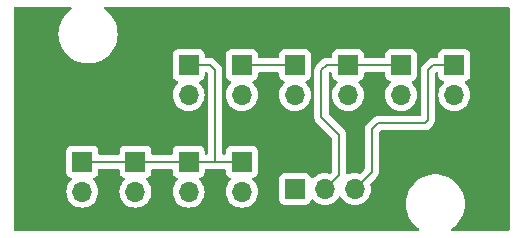
<source format=gtl>
%TF.GenerationSoftware,KiCad,Pcbnew,8.0.5*%
%TF.CreationDate,2024-12-11T18:44:50+10:00*%
%TF.ProjectId,powerSystem,706f7765-7253-4797-9374-656d2e6b6963,rev?*%
%TF.SameCoordinates,Original*%
%TF.FileFunction,Copper,L1,Top*%
%TF.FilePolarity,Positive*%
%FSLAX46Y46*%
G04 Gerber Fmt 4.6, Leading zero omitted, Abs format (unit mm)*
G04 Created by KiCad (PCBNEW 8.0.5) date 2024-12-11 18:44:50*
%MOMM*%
%LPD*%
G01*
G04 APERTURE LIST*
%TA.AperFunction,ComponentPad*%
%ADD10O,1.700000X1.700000*%
%TD*%
%TA.AperFunction,ComponentPad*%
%ADD11R,1.700000X1.700000*%
%TD*%
%TA.AperFunction,Conductor*%
%ADD12C,0.200000*%
%TD*%
%ADD13C,0.350000*%
G04 APERTURE END LIST*
D10*
%TO.P,P3,2,Pin_2*%
%TO.N,/GND*%
X155700000Y-99361000D03*
D11*
%TO.P,P3,1,Pin_1*%
%TO.N,/0~10V*%
X155700000Y-96821000D03*
%TD*%
D10*
%TO.P,P2,2,Pin_2*%
%TO.N,/GND*%
X151200000Y-99361000D03*
D11*
%TO.P,P2,1,Pin_1*%
%TO.N,/0~10V*%
X151200000Y-96821000D03*
%TD*%
D10*
%TO.P,SIGOUT1,3,Pin_3*%
%TO.N,/+3_3V*%
X169780000Y-99121000D03*
%TO.P,SIGOUT1,2,Pin_2*%
%TO.N,/+5V*%
X167240000Y-99121000D03*
D11*
%TO.P,SIGOUT1,1,Pin_1*%
%TO.N,/GND*%
X164700000Y-99121000D03*
%TD*%
D10*
%TO.P,P4,2,Pin_2*%
%TO.N,/GND*%
X160200000Y-99361000D03*
D11*
%TO.P,P4,1,Pin_1*%
%TO.N,/0~10V*%
X160200000Y-96821000D03*
%TD*%
D10*
%TO.P,SDI1,2,Pin_2*%
%TO.N,/GND*%
X155700000Y-91161000D03*
D11*
%TO.P,SDI1,1,Pin_1*%
%TO.N,/0~10V*%
X155700000Y-88621000D03*
%TD*%
D10*
%TO.P,SDO2,2,Pin_2*%
%TO.N,/GND*%
X178200000Y-91161000D03*
D11*
%TO.P,SDO2,1,Pin_1*%
%TO.N,/+3_3V*%
X178200000Y-88621000D03*
%TD*%
D10*
%TO.P,PMI1,2,Pin_2*%
%TO.N,/GND*%
X164700000Y-91161000D03*
D11*
%TO.P,PMI1,1,Pin_1*%
%TO.N,/+5.5V*%
X164700000Y-88621000D03*
%TD*%
D10*
%TO.P,P1,2,Pin_2*%
%TO.N,/GND*%
X146700000Y-99361000D03*
D11*
%TO.P,P1,1,Pin_1*%
%TO.N,/0~10V*%
X146700000Y-96821000D03*
%TD*%
D10*
%TO.P,SDI2,2,Pin_2*%
%TO.N,/GND*%
X173700000Y-91161000D03*
D11*
%TO.P,SDI2,1,Pin_1*%
%TO.N,/+5V*%
X173700000Y-88621000D03*
%TD*%
D10*
%TO.P,PMO1,2,Pin_2*%
%TO.N,/GND*%
X169200000Y-91161000D03*
D11*
%TO.P,PMO1,1,Pin_1*%
%TO.N,/+5V*%
X169200000Y-88621000D03*
%TD*%
D10*
%TO.P,SDO1,2,Pin_2*%
%TO.N,/GND*%
X160200000Y-91161000D03*
D11*
%TO.P,SDO1,1,Pin_1*%
%TO.N,/+5.5V*%
X160200000Y-88621000D03*
%TD*%
D12*
%TO.N,/+5V*%
X168450000Y-94571000D02*
X166950000Y-93071000D01*
X166950000Y-93071000D02*
X166950000Y-89071000D01*
X167400000Y-88621000D02*
X169200000Y-88621000D01*
X169200000Y-88621000D02*
X173700000Y-88621000D01*
X167240000Y-99121000D02*
X168450000Y-97911000D01*
X168450000Y-97911000D02*
X168450000Y-94571000D01*
X166950000Y-89071000D02*
X167400000Y-88621000D01*
%TO.N,/+3_3V*%
X175700000Y-93571000D02*
X171700000Y-93571000D01*
X171700000Y-93571000D02*
X171200000Y-94071000D01*
X175950000Y-89071000D02*
X175950000Y-93321000D01*
X175950000Y-93321000D02*
X175700000Y-93571000D01*
X176400000Y-88621000D02*
X175950000Y-89071000D01*
X169780000Y-99121000D02*
X171200000Y-97701000D01*
X178200000Y-88621000D02*
X176400000Y-88621000D01*
X171200000Y-94071000D02*
X171200000Y-97701000D01*
%TO.N,/0~10V*%
X160200000Y-96821000D02*
X157950000Y-96821000D01*
X157450000Y-88621000D02*
X157500000Y-88621000D01*
X157950000Y-96821000D02*
X157950000Y-89071000D01*
X151200000Y-96821000D02*
X155700000Y-96821000D01*
X155700000Y-88621000D02*
X157450000Y-88621000D01*
X157500000Y-88621000D02*
X157950000Y-89071000D01*
X157950000Y-96821000D02*
X155700000Y-96821000D01*
X146700000Y-96821000D02*
X151200000Y-96821000D01*
%TO.N,/+5.5V*%
X160200000Y-88621000D02*
X164700000Y-88621000D01*
%TD*%
%TA.AperFunction,NonConductor*%
G36*
X145782005Y-83720185D02*
G01*
X145827760Y-83772989D01*
X145837704Y-83842147D01*
X145808679Y-83905703D01*
X145787851Y-83924818D01*
X145588692Y-84069515D01*
X145588682Y-84069523D01*
X145359322Y-84284907D01*
X145359320Y-84284909D01*
X145158768Y-84527334D01*
X145158765Y-84527338D01*
X144990178Y-84792990D01*
X144990175Y-84792996D01*
X144856213Y-85077678D01*
X144856211Y-85077683D01*
X144758984Y-85376916D01*
X144700025Y-85685988D01*
X144700024Y-85685995D01*
X144680270Y-85999994D01*
X144680270Y-86000005D01*
X144700024Y-86314004D01*
X144700025Y-86314011D01*
X144758984Y-86623083D01*
X144856211Y-86922316D01*
X144856213Y-86922321D01*
X144990175Y-87207003D01*
X144990178Y-87207009D01*
X145158765Y-87472661D01*
X145158768Y-87472665D01*
X145359320Y-87715090D01*
X145359322Y-87715092D01*
X145359324Y-87715094D01*
X145367881Y-87723129D01*
X145588682Y-87930476D01*
X145588692Y-87930484D01*
X145843218Y-88115408D01*
X145843223Y-88115410D01*
X145843230Y-88115416D01*
X146118948Y-88266994D01*
X146118953Y-88266996D01*
X146118955Y-88266997D01*
X146118956Y-88266998D01*
X146411485Y-88382818D01*
X146411488Y-88382819D01*
X146716237Y-88461065D01*
X146716241Y-88461066D01*
X146781724Y-88469338D01*
X147028384Y-88500499D01*
X147028393Y-88500499D01*
X147028396Y-88500500D01*
X147028398Y-88500500D01*
X147343030Y-88500500D01*
X147343032Y-88500500D01*
X147343035Y-88500499D01*
X147343043Y-88500499D01*
X147529307Y-88476968D01*
X147655187Y-88461066D01*
X147959939Y-88382819D01*
X147959942Y-88382818D01*
X148252471Y-88266998D01*
X148252472Y-88266997D01*
X148252470Y-88266997D01*
X148252480Y-88266994D01*
X148528198Y-88115416D01*
X148782744Y-87930478D01*
X149012104Y-87715094D01*
X149212661Y-87472663D01*
X149381251Y-87207007D01*
X149515217Y-86922315D01*
X149612445Y-86623079D01*
X149671402Y-86314015D01*
X149691158Y-86000000D01*
X149675630Y-85753190D01*
X149671403Y-85685995D01*
X149671402Y-85685988D01*
X149671402Y-85685985D01*
X149612445Y-85376921D01*
X149515217Y-85077685D01*
X149381251Y-84792993D01*
X149212661Y-84527337D01*
X149194697Y-84505622D01*
X149012107Y-84284909D01*
X149012105Y-84284907D01*
X148782745Y-84069523D01*
X148782735Y-84069515D01*
X148583577Y-83924818D01*
X148540911Y-83869488D01*
X148534932Y-83799875D01*
X148567538Y-83738080D01*
X148628376Y-83703723D01*
X148656462Y-83700500D01*
X182761214Y-83700500D01*
X182828253Y-83720185D01*
X182874008Y-83772989D01*
X182885214Y-83824500D01*
X182885214Y-102575500D01*
X182865529Y-102642539D01*
X182812725Y-102688294D01*
X182761214Y-102699500D01*
X178056462Y-102699500D01*
X177989423Y-102679815D01*
X177943668Y-102627011D01*
X177933724Y-102557853D01*
X177962749Y-102494297D01*
X177983577Y-102475182D01*
X178116893Y-102378320D01*
X178182744Y-102330478D01*
X178412104Y-102115094D01*
X178612661Y-101872663D01*
X178781251Y-101607007D01*
X178915217Y-101322315D01*
X179012445Y-101023079D01*
X179071402Y-100714015D01*
X179071403Y-100714004D01*
X179091158Y-100400005D01*
X179091158Y-100399994D01*
X179071403Y-100085995D01*
X179071402Y-100085988D01*
X179071402Y-100085985D01*
X179012445Y-99776921D01*
X178915217Y-99477685D01*
X178781251Y-99192993D01*
X178612661Y-98927337D01*
X178587843Y-98897337D01*
X178412107Y-98684909D01*
X178412105Y-98684907D01*
X178182745Y-98469523D01*
X178182735Y-98469515D01*
X177928209Y-98284591D01*
X177928202Y-98284586D01*
X177928198Y-98284584D01*
X177652480Y-98133006D01*
X177652477Y-98133004D01*
X177652472Y-98133002D01*
X177652471Y-98133001D01*
X177359942Y-98017181D01*
X177359939Y-98017180D01*
X177055190Y-97938934D01*
X177055177Y-97938932D01*
X176743043Y-97899500D01*
X176743032Y-97899500D01*
X176428396Y-97899500D01*
X176428384Y-97899500D01*
X176116250Y-97938932D01*
X176116237Y-97938934D01*
X175811488Y-98017180D01*
X175811485Y-98017181D01*
X175518956Y-98133001D01*
X175518955Y-98133002D01*
X175243230Y-98284584D01*
X175243218Y-98284591D01*
X174988692Y-98469515D01*
X174988682Y-98469523D01*
X174759322Y-98684907D01*
X174759320Y-98684909D01*
X174558768Y-98927334D01*
X174558765Y-98927338D01*
X174390178Y-99192990D01*
X174390175Y-99192996D01*
X174256213Y-99477678D01*
X174256211Y-99477683D01*
X174158984Y-99776916D01*
X174100025Y-100085988D01*
X174100024Y-100085995D01*
X174080270Y-100399994D01*
X174080270Y-100400005D01*
X174100024Y-100714004D01*
X174100025Y-100714011D01*
X174158984Y-101023083D01*
X174256211Y-101322316D01*
X174256213Y-101322321D01*
X174390175Y-101607003D01*
X174390178Y-101607009D01*
X174558765Y-101872661D01*
X174558768Y-101872665D01*
X174759320Y-102115090D01*
X174759322Y-102115092D01*
X174988682Y-102330476D01*
X174988692Y-102330484D01*
X175187851Y-102475182D01*
X175230517Y-102530512D01*
X175236496Y-102600125D01*
X175203890Y-102661920D01*
X175143052Y-102696277D01*
X175114966Y-102699500D01*
X141010214Y-102699500D01*
X140943175Y-102679815D01*
X140897420Y-102627011D01*
X140886214Y-102575500D01*
X140886214Y-99360999D01*
X145344341Y-99360999D01*
X145344341Y-99361000D01*
X145364936Y-99596403D01*
X145364938Y-99596413D01*
X145426094Y-99824655D01*
X145426096Y-99824659D01*
X145426097Y-99824663D01*
X145516658Y-100018872D01*
X145525965Y-100038830D01*
X145525967Y-100038834D01*
X145610458Y-100159498D01*
X145661505Y-100232401D01*
X145828599Y-100399495D01*
X145922280Y-100465091D01*
X146022165Y-100535032D01*
X146022167Y-100535033D01*
X146022170Y-100535035D01*
X146236337Y-100634903D01*
X146464592Y-100696063D01*
X146652918Y-100712539D01*
X146699999Y-100716659D01*
X146700000Y-100716659D01*
X146700001Y-100716659D01*
X146739234Y-100713226D01*
X146935408Y-100696063D01*
X147163663Y-100634903D01*
X147377830Y-100535035D01*
X147571401Y-100399495D01*
X147738495Y-100232401D01*
X147874035Y-100038830D01*
X147973903Y-99824663D01*
X148035063Y-99596408D01*
X148055659Y-99361000D01*
X148035063Y-99125592D01*
X147973903Y-98897337D01*
X147874035Y-98683171D01*
X147738495Y-98489599D01*
X147616567Y-98367671D01*
X147583084Y-98306351D01*
X147588068Y-98236659D01*
X147629939Y-98180725D01*
X147660915Y-98163810D01*
X147792331Y-98114796D01*
X147907546Y-98028546D01*
X147993796Y-97913331D01*
X148044091Y-97778483D01*
X148050500Y-97718873D01*
X148050500Y-97545500D01*
X148070185Y-97478461D01*
X148122989Y-97432706D01*
X148174500Y-97421500D01*
X149725501Y-97421500D01*
X149792540Y-97441185D01*
X149838295Y-97493989D01*
X149849501Y-97545500D01*
X149849501Y-97718876D01*
X149855908Y-97778483D01*
X149906202Y-97913328D01*
X149906206Y-97913335D01*
X149992452Y-98028544D01*
X149992455Y-98028547D01*
X150107664Y-98114793D01*
X150107671Y-98114797D01*
X150239081Y-98163810D01*
X150295015Y-98205681D01*
X150319432Y-98271145D01*
X150304580Y-98339418D01*
X150283430Y-98367673D01*
X150161503Y-98489600D01*
X150025965Y-98683169D01*
X150025964Y-98683171D01*
X149926098Y-98897335D01*
X149926094Y-98897344D01*
X149864938Y-99125586D01*
X149864936Y-99125596D01*
X149844341Y-99360999D01*
X149844341Y-99361000D01*
X149864936Y-99596403D01*
X149864938Y-99596413D01*
X149926094Y-99824655D01*
X149926096Y-99824659D01*
X149926097Y-99824663D01*
X150016658Y-100018872D01*
X150025965Y-100038830D01*
X150025967Y-100038834D01*
X150110458Y-100159498D01*
X150161505Y-100232401D01*
X150328599Y-100399495D01*
X150422280Y-100465091D01*
X150522165Y-100535032D01*
X150522167Y-100535033D01*
X150522170Y-100535035D01*
X150736337Y-100634903D01*
X150964592Y-100696063D01*
X151152918Y-100712539D01*
X151199999Y-100716659D01*
X151200000Y-100716659D01*
X151200001Y-100716659D01*
X151239234Y-100713226D01*
X151435408Y-100696063D01*
X151663663Y-100634903D01*
X151877830Y-100535035D01*
X152071401Y-100399495D01*
X152238495Y-100232401D01*
X152374035Y-100038830D01*
X152473903Y-99824663D01*
X152535063Y-99596408D01*
X152555659Y-99361000D01*
X152535063Y-99125592D01*
X152473903Y-98897337D01*
X152374035Y-98683171D01*
X152238495Y-98489599D01*
X152116567Y-98367671D01*
X152083084Y-98306351D01*
X152088068Y-98236659D01*
X152129939Y-98180725D01*
X152160915Y-98163810D01*
X152292331Y-98114796D01*
X152407546Y-98028546D01*
X152493796Y-97913331D01*
X152544091Y-97778483D01*
X152550500Y-97718873D01*
X152550500Y-97545500D01*
X152570185Y-97478461D01*
X152622989Y-97432706D01*
X152674500Y-97421500D01*
X154225501Y-97421500D01*
X154292540Y-97441185D01*
X154338295Y-97493989D01*
X154349501Y-97545500D01*
X154349501Y-97718876D01*
X154355908Y-97778483D01*
X154406202Y-97913328D01*
X154406206Y-97913335D01*
X154492452Y-98028544D01*
X154492455Y-98028547D01*
X154607664Y-98114793D01*
X154607671Y-98114797D01*
X154739081Y-98163810D01*
X154795015Y-98205681D01*
X154819432Y-98271145D01*
X154804580Y-98339418D01*
X154783430Y-98367673D01*
X154661503Y-98489600D01*
X154525965Y-98683169D01*
X154525964Y-98683171D01*
X154426098Y-98897335D01*
X154426094Y-98897344D01*
X154364938Y-99125586D01*
X154364936Y-99125596D01*
X154344341Y-99360999D01*
X154344341Y-99361000D01*
X154364936Y-99596403D01*
X154364938Y-99596413D01*
X154426094Y-99824655D01*
X154426096Y-99824659D01*
X154426097Y-99824663D01*
X154516658Y-100018872D01*
X154525965Y-100038830D01*
X154525967Y-100038834D01*
X154610458Y-100159498D01*
X154661505Y-100232401D01*
X154828599Y-100399495D01*
X154922280Y-100465091D01*
X155022165Y-100535032D01*
X155022167Y-100535033D01*
X155022170Y-100535035D01*
X155236337Y-100634903D01*
X155464592Y-100696063D01*
X155652918Y-100712539D01*
X155699999Y-100716659D01*
X155700000Y-100716659D01*
X155700001Y-100716659D01*
X155739234Y-100713226D01*
X155935408Y-100696063D01*
X156163663Y-100634903D01*
X156377830Y-100535035D01*
X156571401Y-100399495D01*
X156738495Y-100232401D01*
X156874035Y-100038830D01*
X156973903Y-99824663D01*
X157035063Y-99596408D01*
X157055659Y-99361000D01*
X157035063Y-99125592D01*
X156973903Y-98897337D01*
X156874035Y-98683171D01*
X156738495Y-98489599D01*
X156616567Y-98367671D01*
X156583084Y-98306351D01*
X156588068Y-98236659D01*
X156629939Y-98180725D01*
X156660915Y-98163810D01*
X156792331Y-98114796D01*
X156907546Y-98028546D01*
X156993796Y-97913331D01*
X157044091Y-97778483D01*
X157050500Y-97718873D01*
X157050500Y-97545500D01*
X157070185Y-97478461D01*
X157122989Y-97432706D01*
X157174500Y-97421500D01*
X157870943Y-97421500D01*
X158029057Y-97421500D01*
X158725501Y-97421500D01*
X158792540Y-97441185D01*
X158838295Y-97493989D01*
X158849501Y-97545500D01*
X158849501Y-97718876D01*
X158855908Y-97778483D01*
X158906202Y-97913328D01*
X158906206Y-97913335D01*
X158992452Y-98028544D01*
X158992455Y-98028547D01*
X159107664Y-98114793D01*
X159107671Y-98114797D01*
X159239081Y-98163810D01*
X159295015Y-98205681D01*
X159319432Y-98271145D01*
X159304580Y-98339418D01*
X159283430Y-98367673D01*
X159161503Y-98489600D01*
X159025965Y-98683169D01*
X159025964Y-98683171D01*
X158926098Y-98897335D01*
X158926094Y-98897344D01*
X158864938Y-99125586D01*
X158864936Y-99125596D01*
X158844341Y-99360999D01*
X158844341Y-99361000D01*
X158864936Y-99596403D01*
X158864938Y-99596413D01*
X158926094Y-99824655D01*
X158926096Y-99824659D01*
X158926097Y-99824663D01*
X159016658Y-100018872D01*
X159025965Y-100038830D01*
X159025967Y-100038834D01*
X159110458Y-100159498D01*
X159161505Y-100232401D01*
X159328599Y-100399495D01*
X159422280Y-100465091D01*
X159522165Y-100535032D01*
X159522167Y-100535033D01*
X159522170Y-100535035D01*
X159736337Y-100634903D01*
X159964592Y-100696063D01*
X160152918Y-100712539D01*
X160199999Y-100716659D01*
X160200000Y-100716659D01*
X160200001Y-100716659D01*
X160239234Y-100713226D01*
X160435408Y-100696063D01*
X160663663Y-100634903D01*
X160877830Y-100535035D01*
X161071401Y-100399495D01*
X161238495Y-100232401D01*
X161374035Y-100038830D01*
X161473903Y-99824663D01*
X161535063Y-99596408D01*
X161555659Y-99361000D01*
X161535063Y-99125592D01*
X161473903Y-98897337D01*
X161374035Y-98683171D01*
X161238495Y-98489599D01*
X161116567Y-98367671D01*
X161083084Y-98306351D01*
X161088068Y-98236659D01*
X161098192Y-98223135D01*
X163349500Y-98223135D01*
X163349500Y-100018870D01*
X163349501Y-100018876D01*
X163355908Y-100078483D01*
X163406202Y-100213328D01*
X163406206Y-100213335D01*
X163492452Y-100328544D01*
X163492455Y-100328547D01*
X163607664Y-100414793D01*
X163607671Y-100414797D01*
X163742517Y-100465091D01*
X163742516Y-100465091D01*
X163749444Y-100465835D01*
X163802127Y-100471500D01*
X165597872Y-100471499D01*
X165657483Y-100465091D01*
X165792331Y-100414796D01*
X165907546Y-100328546D01*
X165993796Y-100213331D01*
X166042810Y-100081916D01*
X166084681Y-100025984D01*
X166150145Y-100001566D01*
X166218418Y-100016417D01*
X166246673Y-100037569D01*
X166368599Y-100159495D01*
X166465384Y-100227265D01*
X166562165Y-100295032D01*
X166562167Y-100295033D01*
X166562170Y-100295035D01*
X166776337Y-100394903D01*
X166776343Y-100394904D01*
X166776344Y-100394905D01*
X166793486Y-100399498D01*
X167004592Y-100456063D01*
X167181034Y-100471500D01*
X167239999Y-100476659D01*
X167240000Y-100476659D01*
X167240001Y-100476659D01*
X167298966Y-100471500D01*
X167475408Y-100456063D01*
X167703663Y-100394903D01*
X167917830Y-100295035D01*
X168111401Y-100159495D01*
X168278495Y-99992401D01*
X168408425Y-99806842D01*
X168463002Y-99763217D01*
X168532500Y-99756023D01*
X168594855Y-99787546D01*
X168611575Y-99806842D01*
X168741500Y-99992395D01*
X168741505Y-99992401D01*
X168908599Y-100159495D01*
X169005384Y-100227265D01*
X169102165Y-100295032D01*
X169102167Y-100295033D01*
X169102170Y-100295035D01*
X169316337Y-100394903D01*
X169316343Y-100394904D01*
X169316344Y-100394905D01*
X169333486Y-100399498D01*
X169544592Y-100456063D01*
X169721034Y-100471500D01*
X169779999Y-100476659D01*
X169780000Y-100476659D01*
X169780001Y-100476659D01*
X169838966Y-100471500D01*
X170015408Y-100456063D01*
X170243663Y-100394903D01*
X170457830Y-100295035D01*
X170651401Y-100159495D01*
X170818495Y-99992401D01*
X170954035Y-99798830D01*
X171053903Y-99584663D01*
X171115063Y-99356408D01*
X171135659Y-99121000D01*
X171115063Y-98885592D01*
X171080671Y-98757239D01*
X171082334Y-98687393D01*
X171112763Y-98637470D01*
X171558506Y-98191728D01*
X171558511Y-98191724D01*
X171568714Y-98181520D01*
X171568716Y-98181520D01*
X171680520Y-98069716D01*
X171751390Y-97946965D01*
X171759577Y-97932785D01*
X171800500Y-97780058D01*
X171800500Y-97621943D01*
X171800500Y-94371098D01*
X171820185Y-94304059D01*
X171836819Y-94283416D01*
X171912418Y-94207818D01*
X171973742Y-94174334D01*
X172000099Y-94171500D01*
X175613331Y-94171500D01*
X175613347Y-94171501D01*
X175620943Y-94171501D01*
X175779054Y-94171501D01*
X175779057Y-94171501D01*
X175931785Y-94130577D01*
X175981904Y-94101639D01*
X176068716Y-94051520D01*
X176180520Y-93939716D01*
X176180520Y-93939714D01*
X176190728Y-93929507D01*
X176190730Y-93929504D01*
X176308506Y-93811728D01*
X176308511Y-93811724D01*
X176318714Y-93801520D01*
X176318716Y-93801520D01*
X176430520Y-93689716D01*
X176509577Y-93552784D01*
X176550500Y-93400057D01*
X176550500Y-89371097D01*
X176570185Y-89304058D01*
X176586819Y-89283416D01*
X176612416Y-89257819D01*
X176673739Y-89224334D01*
X176700097Y-89221500D01*
X176725501Y-89221500D01*
X176792540Y-89241185D01*
X176838295Y-89293989D01*
X176849501Y-89345500D01*
X176849501Y-89518876D01*
X176855908Y-89578483D01*
X176906202Y-89713328D01*
X176906206Y-89713335D01*
X176992452Y-89828544D01*
X176992455Y-89828547D01*
X177107664Y-89914793D01*
X177107671Y-89914797D01*
X177239081Y-89963810D01*
X177295015Y-90005681D01*
X177319432Y-90071145D01*
X177304580Y-90139418D01*
X177283430Y-90167673D01*
X177161503Y-90289600D01*
X177025965Y-90483169D01*
X177025964Y-90483171D01*
X176926098Y-90697335D01*
X176926094Y-90697344D01*
X176864938Y-90925586D01*
X176864936Y-90925596D01*
X176844341Y-91160999D01*
X176844341Y-91161000D01*
X176864936Y-91396403D01*
X176864938Y-91396413D01*
X176926094Y-91624655D01*
X176926096Y-91624659D01*
X176926097Y-91624663D01*
X177025965Y-91838830D01*
X177025967Y-91838834D01*
X177134281Y-91993521D01*
X177161505Y-92032401D01*
X177328599Y-92199495D01*
X177425384Y-92267265D01*
X177522165Y-92335032D01*
X177522167Y-92335033D01*
X177522170Y-92335035D01*
X177736337Y-92434903D01*
X177964592Y-92496063D01*
X178152918Y-92512539D01*
X178199999Y-92516659D01*
X178200000Y-92516659D01*
X178200001Y-92516659D01*
X178239234Y-92513226D01*
X178435408Y-92496063D01*
X178663663Y-92434903D01*
X178877830Y-92335035D01*
X179071401Y-92199495D01*
X179238495Y-92032401D01*
X179374035Y-91838830D01*
X179473903Y-91624663D01*
X179535063Y-91396408D01*
X179555659Y-91161000D01*
X179535063Y-90925592D01*
X179473903Y-90697337D01*
X179374035Y-90483171D01*
X179238495Y-90289599D01*
X179116567Y-90167671D01*
X179083084Y-90106351D01*
X179088068Y-90036659D01*
X179129939Y-89980725D01*
X179160915Y-89963810D01*
X179292331Y-89914796D01*
X179407546Y-89828546D01*
X179493796Y-89713331D01*
X179544091Y-89578483D01*
X179550500Y-89518873D01*
X179550499Y-87723128D01*
X179544091Y-87663517D01*
X179493796Y-87528669D01*
X179493795Y-87528668D01*
X179493793Y-87528664D01*
X179407547Y-87413455D01*
X179407544Y-87413452D01*
X179292335Y-87327206D01*
X179292328Y-87327202D01*
X179157482Y-87276908D01*
X179157483Y-87276908D01*
X179097883Y-87270501D01*
X179097881Y-87270500D01*
X179097873Y-87270500D01*
X179097864Y-87270500D01*
X177302129Y-87270500D01*
X177302123Y-87270501D01*
X177242516Y-87276908D01*
X177107671Y-87327202D01*
X177107664Y-87327206D01*
X176992455Y-87413452D01*
X176992452Y-87413455D01*
X176906206Y-87528664D01*
X176906202Y-87528671D01*
X176855908Y-87663517D01*
X176849501Y-87723116D01*
X176849501Y-87723123D01*
X176849500Y-87723135D01*
X176849500Y-87896500D01*
X176829815Y-87963539D01*
X176777011Y-88009294D01*
X176725500Y-88020500D01*
X176479057Y-88020500D01*
X176320943Y-88020500D01*
X176168215Y-88061423D01*
X176168214Y-88061423D01*
X176168212Y-88061424D01*
X176168209Y-88061425D01*
X176118096Y-88090359D01*
X176118095Y-88090360D01*
X176074710Y-88115408D01*
X176031285Y-88140479D01*
X176031282Y-88140481D01*
X175469481Y-88702282D01*
X175469479Y-88702285D01*
X175419361Y-88789094D01*
X175419359Y-88789096D01*
X175390425Y-88839209D01*
X175390424Y-88839210D01*
X175374544Y-88898472D01*
X175349499Y-88991943D01*
X175349499Y-88991945D01*
X175349499Y-89160046D01*
X175349500Y-89160059D01*
X175349500Y-92846500D01*
X175329815Y-92913539D01*
X175277011Y-92959294D01*
X175225500Y-92970500D01*
X171786670Y-92970500D01*
X171786654Y-92970499D01*
X171779058Y-92970499D01*
X171620943Y-92970499D01*
X171544579Y-92990961D01*
X171468214Y-93011423D01*
X171468209Y-93011426D01*
X171331290Y-93090475D01*
X171331282Y-93090481D01*
X170824217Y-93597546D01*
X170824214Y-93597548D01*
X170824215Y-93597549D01*
X170719478Y-93702286D01*
X170669361Y-93789094D01*
X170669359Y-93789096D01*
X170640425Y-93839209D01*
X170640424Y-93839210D01*
X170640423Y-93839215D01*
X170599499Y-93991943D01*
X170599499Y-93991945D01*
X170599499Y-94160046D01*
X170599500Y-94160059D01*
X170599500Y-97400902D01*
X170579815Y-97467941D01*
X170563181Y-97488583D01*
X170263530Y-97788233D01*
X170202207Y-97821718D01*
X170143756Y-97820327D01*
X170015413Y-97785938D01*
X170015403Y-97785936D01*
X169780001Y-97765341D01*
X169779999Y-97765341D01*
X169544596Y-97785936D01*
X169544586Y-97785938D01*
X169316344Y-97847094D01*
X169316335Y-97847098D01*
X169226905Y-97888800D01*
X169157827Y-97899292D01*
X169094043Y-97870772D01*
X169055804Y-97812296D01*
X169050500Y-97776418D01*
X169050500Y-94491945D01*
X169050500Y-94491943D01*
X169009577Y-94339216D01*
X168977361Y-94283416D01*
X168930524Y-94202290D01*
X168930521Y-94202286D01*
X168930520Y-94202284D01*
X168818716Y-94090480D01*
X168818715Y-94090479D01*
X168814385Y-94086149D01*
X168814374Y-94086139D01*
X167586819Y-92858584D01*
X167553334Y-92797261D01*
X167550500Y-92770903D01*
X167550500Y-89371097D01*
X167570185Y-89304058D01*
X167586819Y-89283416D01*
X167612416Y-89257819D01*
X167673739Y-89224334D01*
X167700097Y-89221500D01*
X167725501Y-89221500D01*
X167792540Y-89241185D01*
X167838295Y-89293989D01*
X167849501Y-89345500D01*
X167849501Y-89518876D01*
X167855908Y-89578483D01*
X167906202Y-89713328D01*
X167906206Y-89713335D01*
X167992452Y-89828544D01*
X167992455Y-89828547D01*
X168107664Y-89914793D01*
X168107671Y-89914797D01*
X168239081Y-89963810D01*
X168295015Y-90005681D01*
X168319432Y-90071145D01*
X168304580Y-90139418D01*
X168283430Y-90167673D01*
X168161503Y-90289600D01*
X168025965Y-90483169D01*
X168025964Y-90483171D01*
X167926098Y-90697335D01*
X167926094Y-90697344D01*
X167864938Y-90925586D01*
X167864936Y-90925596D01*
X167844341Y-91160999D01*
X167844341Y-91161000D01*
X167864936Y-91396403D01*
X167864938Y-91396413D01*
X167926094Y-91624655D01*
X167926096Y-91624659D01*
X167926097Y-91624663D01*
X168025965Y-91838830D01*
X168025967Y-91838834D01*
X168134281Y-91993521D01*
X168161505Y-92032401D01*
X168328599Y-92199495D01*
X168425384Y-92267265D01*
X168522165Y-92335032D01*
X168522167Y-92335033D01*
X168522170Y-92335035D01*
X168736337Y-92434903D01*
X168964592Y-92496063D01*
X169152918Y-92512539D01*
X169199999Y-92516659D01*
X169200000Y-92516659D01*
X169200001Y-92516659D01*
X169239234Y-92513226D01*
X169435408Y-92496063D01*
X169663663Y-92434903D01*
X169877830Y-92335035D01*
X170071401Y-92199495D01*
X170238495Y-92032401D01*
X170374035Y-91838830D01*
X170473903Y-91624663D01*
X170535063Y-91396408D01*
X170555659Y-91161000D01*
X170535063Y-90925592D01*
X170473903Y-90697337D01*
X170374035Y-90483171D01*
X170238495Y-90289599D01*
X170116567Y-90167671D01*
X170083084Y-90106351D01*
X170088068Y-90036659D01*
X170129939Y-89980725D01*
X170160915Y-89963810D01*
X170292331Y-89914796D01*
X170407546Y-89828546D01*
X170493796Y-89713331D01*
X170544091Y-89578483D01*
X170550500Y-89518873D01*
X170550500Y-89345500D01*
X170570185Y-89278461D01*
X170622989Y-89232706D01*
X170674500Y-89221500D01*
X172225501Y-89221500D01*
X172292540Y-89241185D01*
X172338295Y-89293989D01*
X172349501Y-89345500D01*
X172349501Y-89518876D01*
X172355908Y-89578483D01*
X172406202Y-89713328D01*
X172406206Y-89713335D01*
X172492452Y-89828544D01*
X172492455Y-89828547D01*
X172607664Y-89914793D01*
X172607671Y-89914797D01*
X172739081Y-89963810D01*
X172795015Y-90005681D01*
X172819432Y-90071145D01*
X172804580Y-90139418D01*
X172783430Y-90167673D01*
X172661503Y-90289600D01*
X172525965Y-90483169D01*
X172525964Y-90483171D01*
X172426098Y-90697335D01*
X172426094Y-90697344D01*
X172364938Y-90925586D01*
X172364936Y-90925596D01*
X172344341Y-91160999D01*
X172344341Y-91161000D01*
X172364936Y-91396403D01*
X172364938Y-91396413D01*
X172426094Y-91624655D01*
X172426096Y-91624659D01*
X172426097Y-91624663D01*
X172525965Y-91838830D01*
X172525967Y-91838834D01*
X172634281Y-91993521D01*
X172661505Y-92032401D01*
X172828599Y-92199495D01*
X172925384Y-92267265D01*
X173022165Y-92335032D01*
X173022167Y-92335033D01*
X173022170Y-92335035D01*
X173236337Y-92434903D01*
X173464592Y-92496063D01*
X173652918Y-92512539D01*
X173699999Y-92516659D01*
X173700000Y-92516659D01*
X173700001Y-92516659D01*
X173739234Y-92513226D01*
X173935408Y-92496063D01*
X174163663Y-92434903D01*
X174377830Y-92335035D01*
X174571401Y-92199495D01*
X174738495Y-92032401D01*
X174874035Y-91838830D01*
X174973903Y-91624663D01*
X175035063Y-91396408D01*
X175055659Y-91161000D01*
X175035063Y-90925592D01*
X174973903Y-90697337D01*
X174874035Y-90483171D01*
X174738495Y-90289599D01*
X174616567Y-90167671D01*
X174583084Y-90106351D01*
X174588068Y-90036659D01*
X174629939Y-89980725D01*
X174660915Y-89963810D01*
X174792331Y-89914796D01*
X174907546Y-89828546D01*
X174993796Y-89713331D01*
X175044091Y-89578483D01*
X175050500Y-89518873D01*
X175050499Y-87723128D01*
X175044091Y-87663517D01*
X174993796Y-87528669D01*
X174993795Y-87528668D01*
X174993793Y-87528664D01*
X174907547Y-87413455D01*
X174907544Y-87413452D01*
X174792335Y-87327206D01*
X174792328Y-87327202D01*
X174657482Y-87276908D01*
X174657483Y-87276908D01*
X174597883Y-87270501D01*
X174597881Y-87270500D01*
X174597873Y-87270500D01*
X174597864Y-87270500D01*
X172802129Y-87270500D01*
X172802123Y-87270501D01*
X172742516Y-87276908D01*
X172607671Y-87327202D01*
X172607664Y-87327206D01*
X172492455Y-87413452D01*
X172492452Y-87413455D01*
X172406206Y-87528664D01*
X172406202Y-87528671D01*
X172355908Y-87663517D01*
X172349501Y-87723116D01*
X172349501Y-87723123D01*
X172349500Y-87723135D01*
X172349500Y-87896500D01*
X172329815Y-87963539D01*
X172277011Y-88009294D01*
X172225500Y-88020500D01*
X170674499Y-88020500D01*
X170607460Y-88000815D01*
X170561705Y-87948011D01*
X170550499Y-87896500D01*
X170550499Y-87723129D01*
X170550498Y-87723123D01*
X170550497Y-87723116D01*
X170544091Y-87663517D01*
X170493796Y-87528669D01*
X170493795Y-87528668D01*
X170493793Y-87528664D01*
X170407547Y-87413455D01*
X170407544Y-87413452D01*
X170292335Y-87327206D01*
X170292328Y-87327202D01*
X170157482Y-87276908D01*
X170157483Y-87276908D01*
X170097883Y-87270501D01*
X170097881Y-87270500D01*
X170097873Y-87270500D01*
X170097864Y-87270500D01*
X168302129Y-87270500D01*
X168302123Y-87270501D01*
X168242516Y-87276908D01*
X168107671Y-87327202D01*
X168107664Y-87327206D01*
X167992455Y-87413452D01*
X167992452Y-87413455D01*
X167906206Y-87528664D01*
X167906202Y-87528671D01*
X167855908Y-87663517D01*
X167849501Y-87723116D01*
X167849501Y-87723123D01*
X167849500Y-87723135D01*
X167849500Y-87896500D01*
X167829815Y-87963539D01*
X167777011Y-88009294D01*
X167725500Y-88020500D01*
X167479057Y-88020500D01*
X167320943Y-88020500D01*
X167168215Y-88061423D01*
X167168214Y-88061423D01*
X167168212Y-88061424D01*
X167168209Y-88061425D01*
X167118096Y-88090359D01*
X167118095Y-88090360D01*
X167074710Y-88115408D01*
X167031285Y-88140479D01*
X167031282Y-88140481D01*
X166469481Y-88702282D01*
X166469479Y-88702285D01*
X166419361Y-88789094D01*
X166419359Y-88789096D01*
X166390425Y-88839209D01*
X166390424Y-88839210D01*
X166374544Y-88898472D01*
X166349499Y-88991943D01*
X166349499Y-88991945D01*
X166349499Y-89160046D01*
X166349500Y-89160059D01*
X166349500Y-92984330D01*
X166349499Y-92984348D01*
X166349499Y-93150054D01*
X166349498Y-93150054D01*
X166390424Y-93302789D01*
X166390425Y-93302790D01*
X166411455Y-93339214D01*
X166411456Y-93339216D01*
X166469475Y-93439709D01*
X166469481Y-93439717D01*
X166588349Y-93558585D01*
X166588355Y-93558590D01*
X167813181Y-94783416D01*
X167846666Y-94844739D01*
X167849500Y-94871097D01*
X167849500Y-97610902D01*
X167829815Y-97677941D01*
X167813181Y-97698584D01*
X167723530Y-97788234D01*
X167662206Y-97821718D01*
X167603756Y-97820327D01*
X167475413Y-97785938D01*
X167475403Y-97785936D01*
X167240001Y-97765341D01*
X167239999Y-97765341D01*
X167004596Y-97785936D01*
X167004586Y-97785938D01*
X166776344Y-97847094D01*
X166776335Y-97847098D01*
X166562171Y-97946964D01*
X166562169Y-97946965D01*
X166368600Y-98082503D01*
X166246673Y-98204430D01*
X166185350Y-98237914D01*
X166115658Y-98232930D01*
X166059725Y-98191058D01*
X166042810Y-98160081D01*
X165993797Y-98028671D01*
X165993793Y-98028664D01*
X165907547Y-97913455D01*
X165907544Y-97913452D01*
X165792335Y-97827206D01*
X165792328Y-97827202D01*
X165657482Y-97776908D01*
X165657483Y-97776908D01*
X165597883Y-97770501D01*
X165597881Y-97770500D01*
X165597873Y-97770500D01*
X165597864Y-97770500D01*
X163802129Y-97770500D01*
X163802123Y-97770501D01*
X163742516Y-97776908D01*
X163607671Y-97827202D01*
X163607664Y-97827206D01*
X163492455Y-97913452D01*
X163492452Y-97913455D01*
X163406206Y-98028664D01*
X163406202Y-98028671D01*
X163355908Y-98163517D01*
X163349501Y-98223116D01*
X163349500Y-98223135D01*
X161098192Y-98223135D01*
X161129939Y-98180725D01*
X161160915Y-98163810D01*
X161292331Y-98114796D01*
X161407546Y-98028546D01*
X161493796Y-97913331D01*
X161544091Y-97778483D01*
X161550500Y-97718873D01*
X161550499Y-95923128D01*
X161544091Y-95863517D01*
X161493796Y-95728669D01*
X161493795Y-95728668D01*
X161493793Y-95728664D01*
X161407547Y-95613455D01*
X161407544Y-95613452D01*
X161292335Y-95527206D01*
X161292328Y-95527202D01*
X161157482Y-95476908D01*
X161157483Y-95476908D01*
X161097883Y-95470501D01*
X161097881Y-95470500D01*
X161097873Y-95470500D01*
X161097864Y-95470500D01*
X159302129Y-95470500D01*
X159302123Y-95470501D01*
X159242516Y-95476908D01*
X159107671Y-95527202D01*
X159107664Y-95527206D01*
X158992455Y-95613452D01*
X158992452Y-95613455D01*
X158906206Y-95728664D01*
X158906202Y-95728671D01*
X158855908Y-95863517D01*
X158849501Y-95923116D01*
X158849501Y-95923123D01*
X158849500Y-95923135D01*
X158849500Y-96096500D01*
X158829815Y-96163539D01*
X158777011Y-96209294D01*
X158725500Y-96220500D01*
X158674500Y-96220500D01*
X158607461Y-96200815D01*
X158561706Y-96148011D01*
X158550500Y-96096500D01*
X158550500Y-91160999D01*
X158844341Y-91160999D01*
X158844341Y-91161000D01*
X158864936Y-91396403D01*
X158864938Y-91396413D01*
X158926094Y-91624655D01*
X158926096Y-91624659D01*
X158926097Y-91624663D01*
X159025965Y-91838830D01*
X159025967Y-91838834D01*
X159134281Y-91993521D01*
X159161505Y-92032401D01*
X159328599Y-92199495D01*
X159425384Y-92267265D01*
X159522165Y-92335032D01*
X159522167Y-92335033D01*
X159522170Y-92335035D01*
X159736337Y-92434903D01*
X159964592Y-92496063D01*
X160152918Y-92512539D01*
X160199999Y-92516659D01*
X160200000Y-92516659D01*
X160200001Y-92516659D01*
X160239234Y-92513226D01*
X160435408Y-92496063D01*
X160663663Y-92434903D01*
X160877830Y-92335035D01*
X161071401Y-92199495D01*
X161238495Y-92032401D01*
X161374035Y-91838830D01*
X161473903Y-91624663D01*
X161535063Y-91396408D01*
X161555659Y-91161000D01*
X161535063Y-90925592D01*
X161473903Y-90697337D01*
X161374035Y-90483171D01*
X161238495Y-90289599D01*
X161116567Y-90167671D01*
X161083084Y-90106351D01*
X161088068Y-90036659D01*
X161129939Y-89980725D01*
X161160915Y-89963810D01*
X161292331Y-89914796D01*
X161407546Y-89828546D01*
X161493796Y-89713331D01*
X161544091Y-89578483D01*
X161550500Y-89518873D01*
X161550500Y-89345500D01*
X161570185Y-89278461D01*
X161622989Y-89232706D01*
X161674500Y-89221500D01*
X163225501Y-89221500D01*
X163292540Y-89241185D01*
X163338295Y-89293989D01*
X163349501Y-89345500D01*
X163349501Y-89518876D01*
X163355908Y-89578483D01*
X163406202Y-89713328D01*
X163406206Y-89713335D01*
X163492452Y-89828544D01*
X163492455Y-89828547D01*
X163607664Y-89914793D01*
X163607671Y-89914797D01*
X163739081Y-89963810D01*
X163795015Y-90005681D01*
X163819432Y-90071145D01*
X163804580Y-90139418D01*
X163783430Y-90167673D01*
X163661503Y-90289600D01*
X163525965Y-90483169D01*
X163525964Y-90483171D01*
X163426098Y-90697335D01*
X163426094Y-90697344D01*
X163364938Y-90925586D01*
X163364936Y-90925596D01*
X163344341Y-91160999D01*
X163344341Y-91161000D01*
X163364936Y-91396403D01*
X163364938Y-91396413D01*
X163426094Y-91624655D01*
X163426096Y-91624659D01*
X163426097Y-91624663D01*
X163525965Y-91838830D01*
X163525967Y-91838834D01*
X163634281Y-91993521D01*
X163661505Y-92032401D01*
X163828599Y-92199495D01*
X163925384Y-92267265D01*
X164022165Y-92335032D01*
X164022167Y-92335033D01*
X164022170Y-92335035D01*
X164236337Y-92434903D01*
X164464592Y-92496063D01*
X164652918Y-92512539D01*
X164699999Y-92516659D01*
X164700000Y-92516659D01*
X164700001Y-92516659D01*
X164739234Y-92513226D01*
X164935408Y-92496063D01*
X165163663Y-92434903D01*
X165377830Y-92335035D01*
X165571401Y-92199495D01*
X165738495Y-92032401D01*
X165874035Y-91838830D01*
X165973903Y-91624663D01*
X166035063Y-91396408D01*
X166055659Y-91161000D01*
X166035063Y-90925592D01*
X165973903Y-90697337D01*
X165874035Y-90483171D01*
X165738495Y-90289599D01*
X165616567Y-90167671D01*
X165583084Y-90106351D01*
X165588068Y-90036659D01*
X165629939Y-89980725D01*
X165660915Y-89963810D01*
X165792331Y-89914796D01*
X165907546Y-89828546D01*
X165993796Y-89713331D01*
X166044091Y-89578483D01*
X166050500Y-89518873D01*
X166050499Y-87723128D01*
X166044091Y-87663517D01*
X165993796Y-87528669D01*
X165993795Y-87528668D01*
X165993793Y-87528664D01*
X165907547Y-87413455D01*
X165907544Y-87413452D01*
X165792335Y-87327206D01*
X165792328Y-87327202D01*
X165657482Y-87276908D01*
X165657483Y-87276908D01*
X165597883Y-87270501D01*
X165597881Y-87270500D01*
X165597873Y-87270500D01*
X165597864Y-87270500D01*
X163802129Y-87270500D01*
X163802123Y-87270501D01*
X163742516Y-87276908D01*
X163607671Y-87327202D01*
X163607664Y-87327206D01*
X163492455Y-87413452D01*
X163492452Y-87413455D01*
X163406206Y-87528664D01*
X163406202Y-87528671D01*
X163355908Y-87663517D01*
X163349501Y-87723116D01*
X163349501Y-87723123D01*
X163349500Y-87723135D01*
X163349500Y-87896500D01*
X163329815Y-87963539D01*
X163277011Y-88009294D01*
X163225500Y-88020500D01*
X161674499Y-88020500D01*
X161607460Y-88000815D01*
X161561705Y-87948011D01*
X161550499Y-87896500D01*
X161550499Y-87723129D01*
X161550498Y-87723123D01*
X161550497Y-87723116D01*
X161544091Y-87663517D01*
X161493796Y-87528669D01*
X161493795Y-87528668D01*
X161493793Y-87528664D01*
X161407547Y-87413455D01*
X161407544Y-87413452D01*
X161292335Y-87327206D01*
X161292328Y-87327202D01*
X161157482Y-87276908D01*
X161157483Y-87276908D01*
X161097883Y-87270501D01*
X161097881Y-87270500D01*
X161097873Y-87270500D01*
X161097864Y-87270500D01*
X159302129Y-87270500D01*
X159302123Y-87270501D01*
X159242516Y-87276908D01*
X159107671Y-87327202D01*
X159107664Y-87327206D01*
X158992455Y-87413452D01*
X158992452Y-87413455D01*
X158906206Y-87528664D01*
X158906202Y-87528671D01*
X158855908Y-87663517D01*
X158849501Y-87723116D01*
X158849501Y-87723123D01*
X158849500Y-87723135D01*
X158849500Y-89518870D01*
X158849501Y-89518876D01*
X158855908Y-89578483D01*
X158906202Y-89713328D01*
X158906206Y-89713335D01*
X158992452Y-89828544D01*
X158992455Y-89828547D01*
X159107664Y-89914793D01*
X159107671Y-89914797D01*
X159239081Y-89963810D01*
X159295015Y-90005681D01*
X159319432Y-90071145D01*
X159304580Y-90139418D01*
X159283430Y-90167673D01*
X159161503Y-90289600D01*
X159025965Y-90483169D01*
X159025964Y-90483171D01*
X158926098Y-90697335D01*
X158926094Y-90697344D01*
X158864938Y-90925586D01*
X158864936Y-90925596D01*
X158844341Y-91160999D01*
X158550500Y-91160999D01*
X158550500Y-88991945D01*
X158550500Y-88991943D01*
X158509577Y-88839216D01*
X158509577Y-88839215D01*
X158509577Y-88839214D01*
X158480639Y-88789095D01*
X158480637Y-88789092D01*
X158430520Y-88702284D01*
X158318716Y-88590480D01*
X158318715Y-88590479D01*
X158314385Y-88586149D01*
X158314374Y-88586139D01*
X157987590Y-88259355D01*
X157987588Y-88259352D01*
X157868717Y-88140481D01*
X157868716Y-88140480D01*
X157781904Y-88090360D01*
X157781904Y-88090359D01*
X157781900Y-88090358D01*
X157731785Y-88061423D01*
X157579057Y-88020499D01*
X157420943Y-88020499D01*
X157413347Y-88020499D01*
X157413331Y-88020500D01*
X157174499Y-88020500D01*
X157107460Y-88000815D01*
X157061705Y-87948011D01*
X157050499Y-87896500D01*
X157050499Y-87723129D01*
X157050498Y-87723123D01*
X157050497Y-87723116D01*
X157044091Y-87663517D01*
X156993796Y-87528669D01*
X156993795Y-87528668D01*
X156993793Y-87528664D01*
X156907547Y-87413455D01*
X156907544Y-87413452D01*
X156792335Y-87327206D01*
X156792328Y-87327202D01*
X156657482Y-87276908D01*
X156657483Y-87276908D01*
X156597883Y-87270501D01*
X156597881Y-87270500D01*
X156597873Y-87270500D01*
X156597864Y-87270500D01*
X154802129Y-87270500D01*
X154802123Y-87270501D01*
X154742516Y-87276908D01*
X154607671Y-87327202D01*
X154607664Y-87327206D01*
X154492455Y-87413452D01*
X154492452Y-87413455D01*
X154406206Y-87528664D01*
X154406202Y-87528671D01*
X154355908Y-87663517D01*
X154349501Y-87723116D01*
X154349501Y-87723123D01*
X154349500Y-87723135D01*
X154349500Y-89518870D01*
X154349501Y-89518876D01*
X154355908Y-89578483D01*
X154406202Y-89713328D01*
X154406206Y-89713335D01*
X154492452Y-89828544D01*
X154492455Y-89828547D01*
X154607664Y-89914793D01*
X154607671Y-89914797D01*
X154739081Y-89963810D01*
X154795015Y-90005681D01*
X154819432Y-90071145D01*
X154804580Y-90139418D01*
X154783430Y-90167673D01*
X154661503Y-90289600D01*
X154525965Y-90483169D01*
X154525964Y-90483171D01*
X154426098Y-90697335D01*
X154426094Y-90697344D01*
X154364938Y-90925586D01*
X154364936Y-90925596D01*
X154344341Y-91160999D01*
X154344341Y-91161000D01*
X154364936Y-91396403D01*
X154364938Y-91396413D01*
X154426094Y-91624655D01*
X154426096Y-91624659D01*
X154426097Y-91624663D01*
X154525965Y-91838830D01*
X154525967Y-91838834D01*
X154634281Y-91993521D01*
X154661505Y-92032401D01*
X154828599Y-92199495D01*
X154925384Y-92267265D01*
X155022165Y-92335032D01*
X155022167Y-92335033D01*
X155022170Y-92335035D01*
X155236337Y-92434903D01*
X155464592Y-92496063D01*
X155652918Y-92512539D01*
X155699999Y-92516659D01*
X155700000Y-92516659D01*
X155700001Y-92516659D01*
X155739234Y-92513226D01*
X155935408Y-92496063D01*
X156163663Y-92434903D01*
X156377830Y-92335035D01*
X156571401Y-92199495D01*
X156738495Y-92032401D01*
X156874035Y-91838830D01*
X156973903Y-91624663D01*
X157035063Y-91396408D01*
X157055659Y-91161000D01*
X157035063Y-90925592D01*
X156973903Y-90697337D01*
X156874035Y-90483171D01*
X156738495Y-90289599D01*
X156616567Y-90167671D01*
X156583084Y-90106351D01*
X156588068Y-90036659D01*
X156629939Y-89980725D01*
X156660915Y-89963810D01*
X156792331Y-89914796D01*
X156907546Y-89828546D01*
X156993796Y-89713331D01*
X157044091Y-89578483D01*
X157050500Y-89518873D01*
X157050500Y-89345500D01*
X157070185Y-89278461D01*
X157122989Y-89232706D01*
X157174500Y-89221500D01*
X157199903Y-89221500D01*
X157266942Y-89241185D01*
X157287584Y-89257819D01*
X157313181Y-89283416D01*
X157346666Y-89344739D01*
X157349500Y-89371097D01*
X157349500Y-96096500D01*
X157329815Y-96163539D01*
X157277011Y-96209294D01*
X157225500Y-96220500D01*
X157174499Y-96220500D01*
X157107460Y-96200815D01*
X157061705Y-96148011D01*
X157050499Y-96096500D01*
X157050499Y-95923129D01*
X157050498Y-95923123D01*
X157050497Y-95923116D01*
X157044091Y-95863517D01*
X156993796Y-95728669D01*
X156993795Y-95728668D01*
X156993793Y-95728664D01*
X156907547Y-95613455D01*
X156907544Y-95613452D01*
X156792335Y-95527206D01*
X156792328Y-95527202D01*
X156657482Y-95476908D01*
X156657483Y-95476908D01*
X156597883Y-95470501D01*
X156597881Y-95470500D01*
X156597873Y-95470500D01*
X156597864Y-95470500D01*
X154802129Y-95470500D01*
X154802123Y-95470501D01*
X154742516Y-95476908D01*
X154607671Y-95527202D01*
X154607664Y-95527206D01*
X154492455Y-95613452D01*
X154492452Y-95613455D01*
X154406206Y-95728664D01*
X154406202Y-95728671D01*
X154355908Y-95863517D01*
X154349501Y-95923116D01*
X154349501Y-95923123D01*
X154349500Y-95923135D01*
X154349500Y-96096500D01*
X154329815Y-96163539D01*
X154277011Y-96209294D01*
X154225500Y-96220500D01*
X152674499Y-96220500D01*
X152607460Y-96200815D01*
X152561705Y-96148011D01*
X152550499Y-96096500D01*
X152550499Y-95923129D01*
X152550498Y-95923123D01*
X152550497Y-95923116D01*
X152544091Y-95863517D01*
X152493796Y-95728669D01*
X152493795Y-95728668D01*
X152493793Y-95728664D01*
X152407547Y-95613455D01*
X152407544Y-95613452D01*
X152292335Y-95527206D01*
X152292328Y-95527202D01*
X152157482Y-95476908D01*
X152157483Y-95476908D01*
X152097883Y-95470501D01*
X152097881Y-95470500D01*
X152097873Y-95470500D01*
X152097864Y-95470500D01*
X150302129Y-95470500D01*
X150302123Y-95470501D01*
X150242516Y-95476908D01*
X150107671Y-95527202D01*
X150107664Y-95527206D01*
X149992455Y-95613452D01*
X149992452Y-95613455D01*
X149906206Y-95728664D01*
X149906202Y-95728671D01*
X149855908Y-95863517D01*
X149849501Y-95923116D01*
X149849501Y-95923123D01*
X149849500Y-95923135D01*
X149849500Y-96096500D01*
X149829815Y-96163539D01*
X149777011Y-96209294D01*
X149725500Y-96220500D01*
X148174499Y-96220500D01*
X148107460Y-96200815D01*
X148061705Y-96148011D01*
X148050499Y-96096500D01*
X148050499Y-95923129D01*
X148050498Y-95923123D01*
X148050497Y-95923116D01*
X148044091Y-95863517D01*
X147993796Y-95728669D01*
X147993795Y-95728668D01*
X147993793Y-95728664D01*
X147907547Y-95613455D01*
X147907544Y-95613452D01*
X147792335Y-95527206D01*
X147792328Y-95527202D01*
X147657482Y-95476908D01*
X147657483Y-95476908D01*
X147597883Y-95470501D01*
X147597881Y-95470500D01*
X147597873Y-95470500D01*
X147597864Y-95470500D01*
X145802129Y-95470500D01*
X145802123Y-95470501D01*
X145742516Y-95476908D01*
X145607671Y-95527202D01*
X145607664Y-95527206D01*
X145492455Y-95613452D01*
X145492452Y-95613455D01*
X145406206Y-95728664D01*
X145406202Y-95728671D01*
X145355908Y-95863517D01*
X145349501Y-95923116D01*
X145349501Y-95923123D01*
X145349500Y-95923135D01*
X145349500Y-97718870D01*
X145349501Y-97718876D01*
X145355908Y-97778483D01*
X145406202Y-97913328D01*
X145406206Y-97913335D01*
X145492452Y-98028544D01*
X145492455Y-98028547D01*
X145607664Y-98114793D01*
X145607671Y-98114797D01*
X145739081Y-98163810D01*
X145795015Y-98205681D01*
X145819432Y-98271145D01*
X145804580Y-98339418D01*
X145783430Y-98367673D01*
X145661503Y-98489600D01*
X145525965Y-98683169D01*
X145525964Y-98683171D01*
X145426098Y-98897335D01*
X145426094Y-98897344D01*
X145364938Y-99125586D01*
X145364936Y-99125596D01*
X145344341Y-99360999D01*
X140886214Y-99360999D01*
X140886214Y-83824500D01*
X140905899Y-83757461D01*
X140958703Y-83711706D01*
X141010214Y-83700500D01*
X145714966Y-83700500D01*
X145782005Y-83720185D01*
G37*
%TD.AperFunction*%
D13*
X155700000Y-99361000D03*
X155700000Y-96821000D03*
X151200000Y-99361000D03*
X151200000Y-96821000D03*
X169780000Y-99121000D03*
X167240000Y-99121000D03*
X164700000Y-99121000D03*
X160200000Y-99361000D03*
X160200000Y-96821000D03*
X155700000Y-91161000D03*
X155700000Y-88621000D03*
X178200000Y-91161000D03*
X178200000Y-88621000D03*
X164700000Y-91161000D03*
X164700000Y-88621000D03*
X146700000Y-99361000D03*
X146700000Y-96821000D03*
X173700000Y-91161000D03*
X173700000Y-88621000D03*
X169200000Y-91161000D03*
X169200000Y-88621000D03*
X160200000Y-91161000D03*
X160200000Y-88621000D03*
M02*

</source>
